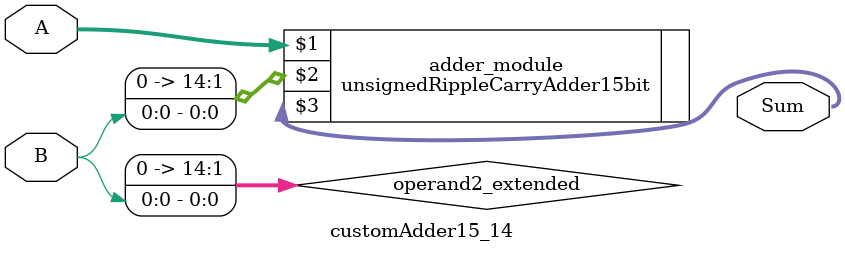
<source format=v>

module customAdder15_14(
                    input [14 : 0] A,
                    input [0 : 0] B,
                    
                    output [15 : 0] Sum
            );

    wire [14 : 0] operand2_extended;
    
    assign operand2_extended =  {14'b0, B};
    
    unsignedRippleCarryAdder15bit adder_module(
        A,
        operand2_extended,
        Sum
    );
    
endmodule
        
</source>
